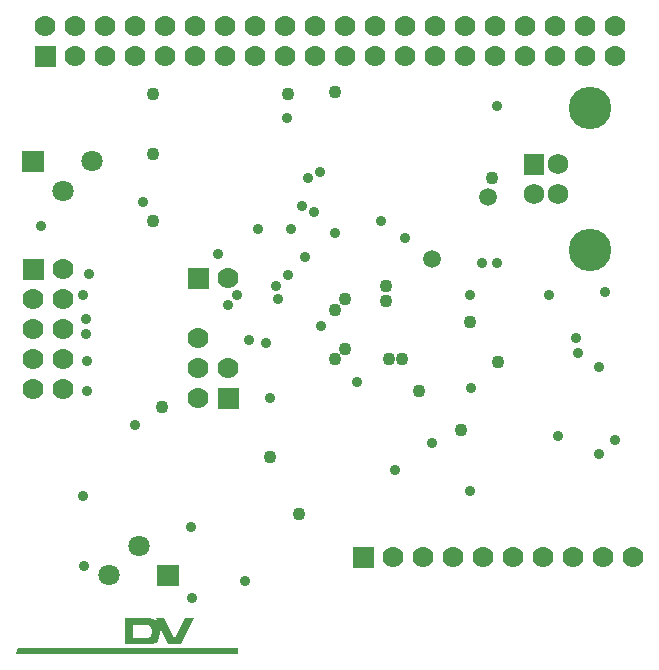
<source format=gbr>
G04 start of page 5 for group 3 idx 3 *
G04 Title: MMDVM_pog, spare *
G04 Creator: pcb v4.0.0-ga246c150 *
G04 CreationDate: Wed Apr 26 20:29:48 2017 UTC *
G04 For: wojtek *
G04 Format: Gerber/RS-274X *
G04 PCB-Dimensions (mm): 66.29 58.42 *
G04 PCB-Coordinate-Origin: lower left *
%MOMM*%
%FSLAX43Y43*%
%LNGROUP3*%
%ADD70C,2.300*%
%ADD69C,1.000*%
%ADD68C,0.800*%
%ADD67C,0.300*%
%ADD66C,0.500*%
%ADD65C,2.750*%
%ADD64C,1.500*%
%ADD63C,0.900*%
%ADD62C,1.100*%
%ADD61C,3.600*%
%ADD60C,1.750*%
%ADD59C,1.800*%
%ADD58C,1.778*%
%ADD57C,0.002*%
G54D57*G36*
X17179Y4176D02*X17752D01*
X17829Y4175D01*
X18374Y4003D01*
X18408Y3973D01*
X18313Y4163D01*
X19063D01*
X19877Y2492D01*
X20005D01*
X20806Y4154D01*
X21551D01*
X20460Y1950D01*
X19409D01*
X18635Y3511D01*
X18642Y3470D01*
X18659Y3016D01*
X18658Y2970D01*
X18653Y2872D01*
X18631Y2576D01*
X18543Y2260D01*
X18320Y2044D01*
X18000Y1951D01*
X17893Y1946D01*
X17179Y1943D01*
Y2500D01*
X17663Y2501D01*
X17818Y2571D01*
X17931Y2647D01*
X17981Y2934D01*
X17984Y3017D01*
X17982Y3086D01*
X17939Y3428D01*
X17799Y3546D01*
X17646Y3605D01*
X17179Y3605D01*
Y4176D01*
G37*
G36*
X15696D02*X17179D01*
Y3605D01*
X16374Y3605D01*
X16374Y2497D01*
X17179Y2500D01*
Y1943D01*
X15696Y1938D01*
Y4176D01*
G37*
G36*
X6706Y1659D02*X25293D01*
Y1115D01*
X6477Y1120D01*
X6706Y1659D01*
G37*
G36*
X34999Y10193D02*Y8415D01*
X36777D01*
Y10193D01*
X34999D01*
G37*
G54D58*X38428Y9304D03*
G54D59*X16878Y10280D03*
G54D57*G36*
X18478Y8680D02*Y6880D01*
X20278D01*
Y8680D01*
X18478D01*
G37*
G54D59*X14378Y7780D03*
G54D58*X40968Y9304D03*
X43508D03*
X46048D03*
X48588D03*
X51128D03*
X53668D03*
X56208D03*
X58748D03*
G54D57*G36*
X7059Y34577D02*Y32799D01*
X8837D01*
Y34577D01*
X7059D01*
G37*
G54D58*X10488Y33688D03*
X7948Y31148D03*
X10488D03*
X7948Y28608D03*
Y26068D03*
Y23528D03*
X10488Y28608D03*
Y26068D03*
Y23528D03*
G54D59*X10448Y40332D03*
G54D57*G36*
X7048Y43732D02*Y41932D01*
X8848D01*
Y43732D01*
X7048D01*
G37*
G54D59*X12948Y42832D03*
G54D57*G36*
X23569Y23655D02*Y21877D01*
X25347D01*
Y23655D01*
X23569D01*
G37*
G54D58*X21918Y22766D03*
X24458Y25306D03*
X21918D03*
Y27846D03*
G54D57*G36*
X21029Y33815D02*Y32037D01*
X22807D01*
Y33815D01*
X21029D01*
G37*
G54D58*X24458Y32926D03*
G54D57*G36*
X49491Y43453D02*Y41703D01*
X51241D01*
Y43453D01*
X49491D01*
G37*
G54D60*X50366Y40078D03*
X52366D03*
G54D61*X55066Y35328D03*
G54D60*X52366Y42578D03*
G54D61*X55066Y47328D03*
G54D57*G36*
X8075Y52611D02*Y50833D01*
X9853D01*
Y52611D01*
X8075D01*
G37*
G54D58*X8964Y54262D03*
X11504Y51722D03*
Y54262D03*
X14044Y51722D03*
Y54262D03*
X16584Y51722D03*
Y54262D03*
X19124Y51722D03*
Y54262D03*
X21664Y51722D03*
X24204D03*
X26744D03*
X21664Y54262D03*
X24204D03*
X26744D03*
X29284D03*
X31824D03*
X34364D03*
X29284Y51722D03*
X31824D03*
X34364D03*
X36904D03*
Y54262D03*
X39444Y51722D03*
X41984D03*
X44524D03*
X39444Y54262D03*
X41984D03*
X44524D03*
X47064D03*
X49604D03*
X52144D03*
X47064Y51722D03*
X49604D03*
X52144D03*
X54684D03*
Y54262D03*
X57224D03*
Y51722D03*
G54D62*X38047Y26068D03*
X39190D03*
G54D63*X44905Y14892D03*
X38555Y16670D03*
X41730Y18956D03*
G54D62*X44143Y20099D03*
G54D63*X55827Y25433D03*
Y18067D03*
G54D62*X47318Y25814D03*
G54D63*X45032Y23655D03*
G54D62*X46810Y41435D03*
G54D64*X46429Y39784D03*
G54D63*X47191Y47531D03*
X54049Y26576D03*
X53922Y27846D03*
X57224Y19210D03*
X52398Y19591D03*
G54D64*X41730Y34577D03*
G54D63*X45921Y34196D03*
X47191D03*
G54D62*X40587Y23401D03*
X44905Y29243D03*
G54D63*Y31529D03*
G54D62*X37793Y32291D03*
Y31021D03*
G54D63*X37412Y37752D03*
X39444Y36355D03*
X56335Y31783D03*
X51636Y31529D03*
X16584Y20480D03*
G54D62*X18870Y22004D03*
G54D63*X12266Y8542D03*
X12139Y14511D03*
X21410Y5875D03*
X21283Y11844D03*
X25855Y7272D03*
X12520Y23401D03*
G54D62*X33475Y26068D03*
G54D63*X28014Y22766D03*
X35380Y24163D03*
G54D62*X30427Y12987D03*
X34364Y26957D03*
X33475Y30259D03*
X34364Y31148D03*
G54D63*X32332Y28862D03*
X30935Y34704D03*
G54D62*X28014Y17813D03*
G54D63*X29538Y33180D03*
X28522Y32291D03*
X28649Y31148D03*
G54D62*X18108Y37752D03*
Y48547D03*
Y43467D03*
G54D63*X17219Y39403D03*
G54D62*X29538Y48547D03*
G54D63*X29411Y46515D03*
X30681Y39022D03*
X31697Y38514D03*
X31189Y41435D03*
X32205Y41943D03*
G54D62*X33475Y48674D03*
G54D63*Y36736D03*
X8583Y37371D03*
X29792Y37117D03*
X26998D03*
X26236Y27719D03*
X23569Y34958D03*
X24458Y30640D03*
X25220Y31529D03*
X12393Y29497D03*
Y28227D03*
X12520Y25941D03*
X12139Y31529D03*
X12647Y33307D03*
X27633Y27465D03*
G54D65*G54D66*G54D67*G54D66*G54D67*G54D66*G54D67*G54D65*G54D66*G54D68*G54D67*G54D68*G54D67*G54D66*G54D67*G54D66*G54D67*G54D65*G54D67*G54D66*G54D67*G54D66*G54D67*G54D66*G54D67*G54D66*G54D67*G54D65*G54D66*G54D67*G54D66*G54D67*G54D66*G54D67*G54D69*G54D63*G54D70*G54D63*G54D70*G54D69*M02*

</source>
